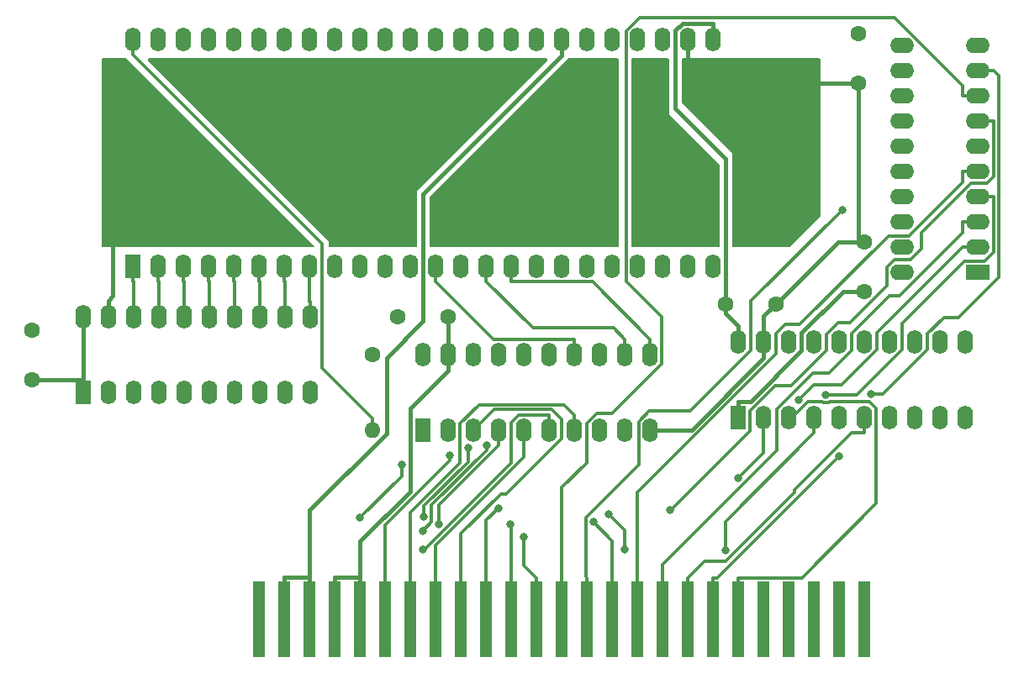
<source format=gbl>
G04 #@! TF.GenerationSoftware,KiCad,Pcbnew,(6.0.9)*
G04 #@! TF.CreationDate,2023-05-01T17:42:55+02:00*
G04 #@! TF.ProjectId,05_Cartucho_MSX_Tang_Nano_9k_Mapper,30355f43-6172-4747-9563-686f5f4d5358,rev?*
G04 #@! TF.SameCoordinates,Original*
G04 #@! TF.FileFunction,Copper,L2,Bot*
G04 #@! TF.FilePolarity,Positive*
%FSLAX46Y46*%
G04 Gerber Fmt 4.6, Leading zero omitted, Abs format (unit mm)*
G04 Created by KiCad (PCBNEW (6.0.9)) date 2023-05-01 17:42:55*
%MOMM*%
%LPD*%
G01*
G04 APERTURE LIST*
G04 #@! TA.AperFunction,ComponentPad*
%ADD10C,1.600000*%
G04 #@! TD*
G04 #@! TA.AperFunction,ComponentPad*
%ADD11R,1.600000X2.400000*%
G04 #@! TD*
G04 #@! TA.AperFunction,ComponentPad*
%ADD12O,1.600000X2.400000*%
G04 #@! TD*
G04 #@! TA.AperFunction,SMDPad,CuDef*
%ADD13R,1.270000X7.620000*%
G04 #@! TD*
G04 #@! TA.AperFunction,ComponentPad*
%ADD14O,1.600000X1.600000*%
G04 #@! TD*
G04 #@! TA.AperFunction,ComponentPad*
%ADD15R,2.400000X1.600000*%
G04 #@! TD*
G04 #@! TA.AperFunction,ComponentPad*
%ADD16O,2.400000X1.600000*%
G04 #@! TD*
G04 #@! TA.AperFunction,ViaPad*
%ADD17C,0.800000*%
G04 #@! TD*
G04 #@! TA.AperFunction,Conductor*
%ADD18C,0.450000*%
G04 #@! TD*
G04 #@! TA.AperFunction,Conductor*
%ADD19C,0.300000*%
G04 #@! TD*
G04 APERTURE END LIST*
D10*
X141605000Y-80685000D03*
X141605000Y-85685000D03*
X95250000Y-109220000D03*
X100250000Y-109220000D03*
X58420000Y-115570000D03*
X58420000Y-110570000D03*
D11*
X63505000Y-116840000D03*
D12*
X66045000Y-116840000D03*
X68585000Y-116840000D03*
X71125000Y-116840000D03*
X73665000Y-116840000D03*
X76205000Y-116840000D03*
X78745000Y-116840000D03*
X81285000Y-116840000D03*
X83825000Y-116840000D03*
X86365000Y-116840000D03*
X86365000Y-109220000D03*
X83825000Y-109220000D03*
X81285000Y-109220000D03*
X78745000Y-109220000D03*
X76205000Y-109220000D03*
X73665000Y-109220000D03*
X71125000Y-109220000D03*
X68585000Y-109220000D03*
X66045000Y-109220000D03*
X63505000Y-109220000D03*
D13*
X142240000Y-139700000D03*
X139700000Y-139700000D03*
X137160000Y-139700000D03*
X134620000Y-139700000D03*
X132080000Y-139700000D03*
X129540000Y-139700000D03*
X127000000Y-139700000D03*
X124460000Y-139700000D03*
X121920000Y-139700000D03*
X119380000Y-139700000D03*
X116840000Y-139700000D03*
X114300000Y-139700000D03*
X111760000Y-139700000D03*
X109220000Y-139700000D03*
X106680000Y-139700000D03*
X104140000Y-139700000D03*
X101600000Y-139700000D03*
X99060000Y-139700000D03*
X96520000Y-139700000D03*
X93980000Y-139700000D03*
X91440000Y-139700000D03*
X88900000Y-139700000D03*
X86360000Y-139700000D03*
X83820000Y-139700000D03*
X81280000Y-139700000D03*
D11*
X68580000Y-104140000D03*
D12*
X71120000Y-104140000D03*
X73660000Y-104140000D03*
X76200000Y-104140000D03*
X78740000Y-104140000D03*
X81280000Y-104140000D03*
X83820000Y-104140000D03*
X86360000Y-104140000D03*
X88900000Y-104140000D03*
X91440000Y-104140000D03*
X93980000Y-104140000D03*
X96520000Y-104140000D03*
X99060000Y-104140000D03*
X101600000Y-104140000D03*
X104140000Y-104140000D03*
X106680000Y-104140000D03*
X109220000Y-104140000D03*
X111760000Y-104140000D03*
X114300000Y-104140000D03*
X116840000Y-104140000D03*
X119380000Y-104140000D03*
X121920000Y-104140000D03*
X124460000Y-104140000D03*
X127000000Y-104140000D03*
X127000000Y-81280000D03*
X124460000Y-81280000D03*
X121920000Y-81280000D03*
X119380000Y-81280000D03*
X116840000Y-81280000D03*
X114300000Y-81280000D03*
X111760000Y-81280000D03*
X109220000Y-81280000D03*
X106680000Y-81280000D03*
X104140000Y-81280000D03*
X101600000Y-81280000D03*
X99060000Y-81280000D03*
X96520000Y-81280000D03*
X93980000Y-81280000D03*
X91440000Y-81280000D03*
X88900000Y-81280000D03*
X86360000Y-81280000D03*
X83820000Y-81280000D03*
X81280000Y-81280000D03*
X78740000Y-81280000D03*
X76200000Y-81280000D03*
X73660000Y-81280000D03*
X71120000Y-81280000D03*
X68580000Y-81280000D03*
D11*
X129540000Y-119380000D03*
D12*
X132080000Y-119380000D03*
X134620000Y-119380000D03*
X137160000Y-119380000D03*
X139700000Y-119380000D03*
X142240000Y-119380000D03*
X144780000Y-119380000D03*
X147320000Y-119380000D03*
X149860000Y-119380000D03*
X152400000Y-119380000D03*
X152400000Y-111760000D03*
X149860000Y-111760000D03*
X147320000Y-111760000D03*
X144780000Y-111760000D03*
X142240000Y-111760000D03*
X139700000Y-111760000D03*
X137160000Y-111760000D03*
X134620000Y-111760000D03*
X132080000Y-111760000D03*
X129540000Y-111760000D03*
D10*
X142240000Y-106680000D03*
X142240000Y-101680000D03*
X92710000Y-113030000D03*
D14*
X92710000Y-120650000D03*
D10*
X128270000Y-107950000D03*
X133270000Y-107950000D03*
D11*
X97790000Y-120650000D03*
D12*
X100330000Y-120650000D03*
X102870000Y-120650000D03*
X105410000Y-120650000D03*
X107950000Y-120650000D03*
X110490000Y-120650000D03*
X113030000Y-120650000D03*
X115570000Y-120650000D03*
X118110000Y-120650000D03*
X120650000Y-120650000D03*
X120650000Y-113030000D03*
X118110000Y-113030000D03*
X115570000Y-113030000D03*
X113030000Y-113030000D03*
X110490000Y-113030000D03*
X107950000Y-113030000D03*
X105410000Y-113030000D03*
X102870000Y-113030000D03*
X100330000Y-113030000D03*
X97790000Y-113030000D03*
D15*
X153660000Y-104770000D03*
D16*
X153660000Y-102230000D03*
X153660000Y-99690000D03*
X153660000Y-97150000D03*
X153660000Y-94610000D03*
X153660000Y-92070000D03*
X153660000Y-89530000D03*
X153660000Y-86990000D03*
X153660000Y-84450000D03*
X153660000Y-81910000D03*
X146040000Y-81910000D03*
X146040000Y-84450000D03*
X146040000Y-86990000D03*
X146040000Y-89530000D03*
X146040000Y-92070000D03*
X146040000Y-94610000D03*
X146040000Y-97150000D03*
X146040000Y-99690000D03*
X146040000Y-102230000D03*
X146040000Y-104770000D03*
D17*
X99060000Y-100965000D03*
X119380000Y-100965000D03*
X85725000Y-98425000D03*
X116840000Y-85725000D03*
X99695000Y-93345000D03*
X70485000Y-86995000D03*
X96520000Y-100965000D03*
X127000000Y-100965000D03*
X119380000Y-85725000D03*
X101600000Y-95250000D03*
X121920000Y-85725000D03*
X124460000Y-85725000D03*
X83820000Y-100330000D03*
X72390000Y-85090000D03*
X129540000Y-100965000D03*
X116840000Y-100965000D03*
X129540000Y-125480000D03*
X128237000Y-132729000D03*
X139700000Y-123252000D03*
X95656100Y-124135000D03*
X91440000Y-129491000D03*
X102295000Y-122458000D03*
X97868000Y-129396000D03*
X99388300Y-130154000D03*
X97790000Y-132697000D03*
X104148000Y-122200000D03*
X97757900Y-130807000D03*
X100497000Y-123235000D03*
X107950000Y-131427000D03*
X106532000Y-130145000D03*
X105329000Y-128505000D03*
X118110000Y-132697000D03*
X116464000Y-129105000D03*
X114932000Y-129900000D03*
X142913000Y-117051000D03*
X138324000Y-117143000D03*
X140009000Y-98441400D03*
X135606000Y-117593000D03*
X122675000Y-128659000D03*
D18*
X129540000Y-111760000D02*
X129540000Y-110135000D01*
X130765000Y-117755000D02*
X129540000Y-117755000D01*
X142240000Y-106680000D02*
X140083000Y-106680000D01*
X63505000Y-109220000D02*
X63505000Y-115570000D01*
X123918000Y-79654900D02*
X127000000Y-79654900D01*
X128270000Y-108865000D02*
X128270000Y-107950000D01*
X129540000Y-117755000D02*
X129540000Y-119380000D01*
X129540000Y-110135000D02*
X128270000Y-108865000D01*
X128270000Y-93296500D02*
X123190000Y-88216500D01*
X63505000Y-115570000D02*
X58420000Y-115570000D01*
X135890000Y-110873000D02*
X135890000Y-112630000D01*
X127000000Y-79654900D02*
X127000000Y-81280000D01*
X128270000Y-107950000D02*
X128270000Y-93296500D01*
X123190000Y-88216500D02*
X123190000Y-80383300D01*
X63505000Y-115570000D02*
X63505000Y-116840000D01*
X123190000Y-80383300D02*
X123918000Y-79654900D01*
X140083000Y-106680000D02*
X135890000Y-110873000D01*
X135890000Y-112630000D02*
X130765000Y-117755000D01*
X88900000Y-135465000D02*
X91440000Y-135465000D01*
X96493900Y-126807000D02*
X91440000Y-131861000D01*
X100250000Y-109220000D02*
X100330000Y-109300000D01*
X66045000Y-109220000D02*
X66045000Y-107595000D01*
X96493900Y-118491000D02*
X96493900Y-126807000D01*
X132080000Y-113385000D02*
X124815000Y-120650000D01*
X139540000Y-101680000D02*
X133270000Y-107950000D01*
X133270000Y-107950000D02*
X132080000Y-109140000D01*
X66499800Y-107140000D02*
X66499800Y-99921400D01*
X91440000Y-131861000D02*
X91440000Y-135465000D01*
X124460000Y-84994800D02*
X124460000Y-81280000D01*
X141605000Y-101680000D02*
X141605000Y-85685000D01*
X136565000Y-85685000D02*
X136525000Y-85725000D01*
X66045000Y-107595000D02*
X66499800Y-107140000D01*
X100330000Y-113030000D02*
X100330000Y-114655000D01*
X124815000Y-120650000D02*
X120650000Y-120650000D01*
X91440000Y-139700000D02*
X91440000Y-135465000D01*
X132080000Y-109140000D02*
X132080000Y-111760000D01*
X132080000Y-111760000D02*
X132080000Y-113385000D01*
X141605000Y-85685000D02*
X136565000Y-85685000D01*
X100330000Y-109300000D02*
X100330000Y-113030000D01*
X142240000Y-101680000D02*
X141605000Y-101680000D01*
X141605000Y-101680000D02*
X139540000Y-101680000D01*
X88900000Y-139700000D02*
X88900000Y-135465000D01*
X100330000Y-114655000D02*
X96493900Y-118491000D01*
X86360000Y-139700000D02*
X86360000Y-135465000D01*
X83820000Y-135465000D02*
X86360000Y-135465000D01*
X97790100Y-109683000D02*
X94121100Y-113352000D01*
X111760000Y-82905100D02*
X97790100Y-96875000D01*
X97790100Y-96875000D02*
X97790100Y-109683000D01*
X94121100Y-120981000D02*
X86360000Y-128742000D01*
X83820000Y-139700000D02*
X83820000Y-135465000D01*
X86360000Y-128742000D02*
X86360000Y-135465000D01*
X111760000Y-81280000D02*
X111760000Y-82905100D01*
X94121100Y-113352000D02*
X94121100Y-120981000D01*
D19*
X132080000Y-122940000D02*
X129540000Y-125480000D01*
X132080000Y-119380000D02*
X132080000Y-122940000D01*
X135912000Y-135540000D02*
X143409000Y-128043000D01*
X138013000Y-117893000D02*
X137936000Y-117816000D01*
X137936000Y-117816000D02*
X136498000Y-117816000D01*
X138712000Y-117816000D02*
X138635000Y-117893000D01*
X129540000Y-139700000D02*
X129540000Y-135540000D01*
X143409000Y-128043000D02*
X143409000Y-118491000D01*
X138635000Y-117893000D02*
X138013000Y-117893000D01*
X129540000Y-135540000D02*
X135912000Y-135540000D01*
X136498000Y-117816000D02*
X134934000Y-119380000D01*
X134934000Y-119380000D02*
X134620000Y-119380000D01*
X142734000Y-117816000D02*
X138712000Y-117816000D01*
X143409000Y-118491000D02*
X142734000Y-117816000D01*
X137160000Y-120930000D02*
X128237000Y-129853000D01*
X137160000Y-119380000D02*
X137160000Y-120930000D01*
X128237000Y-129853000D02*
X128237000Y-132729000D01*
X127000000Y-135540000D02*
X127412000Y-135540000D01*
X127000000Y-139700000D02*
X127000000Y-135540000D01*
X127412000Y-135540000D02*
X139700000Y-123252000D01*
X135204000Y-126885000D02*
X128222000Y-133866000D01*
X142240000Y-120930000D02*
X140924000Y-120930000D01*
X126134000Y-133866000D02*
X124460000Y-135540000D01*
X140924000Y-120930000D02*
X135204000Y-126650000D01*
X135204000Y-126650000D02*
X135204000Y-126885000D01*
X128222000Y-133866000D02*
X126134000Y-133866000D01*
X124460000Y-135540000D02*
X124460000Y-139700000D01*
X142240000Y-119380000D02*
X142240000Y-120930000D01*
X95656100Y-125275000D02*
X95656100Y-124135000D01*
X91440000Y-129491000D02*
X95656100Y-125275000D01*
X102295000Y-122458000D02*
X102295000Y-123852000D01*
X102295000Y-123852000D02*
X97868000Y-128279000D01*
X97868000Y-128279000D02*
X97868000Y-129396000D01*
X106153000Y-127088000D02*
X111696000Y-121544000D01*
X101600000Y-131112000D02*
X105624000Y-127088000D01*
X111696000Y-119534000D02*
X110740000Y-118578000D01*
X104942000Y-118578000D02*
X102870000Y-120650000D01*
X110740000Y-118578000D02*
X104942000Y-118578000D01*
X111696000Y-121544000D02*
X111696000Y-119534000D01*
X101600000Y-139700000D02*
X101600000Y-131112000D01*
X105624000Y-127088000D02*
X106153000Y-127088000D01*
X99388300Y-128222000D02*
X105410000Y-122200000D01*
X99388300Y-130154000D02*
X99388300Y-128222000D01*
X105410000Y-122200000D02*
X105410000Y-120650000D01*
X99060000Y-139700000D02*
X99060000Y-132263000D01*
X107950000Y-123373000D02*
X107950000Y-120650000D01*
X99060000Y-132263000D02*
X107950000Y-123373000D01*
X106619000Y-123991000D02*
X97912900Y-132697000D01*
X97912900Y-132697000D02*
X97790000Y-132697000D01*
X107440000Y-119100000D02*
X106619000Y-119922000D01*
X106619000Y-119922000D02*
X106619000Y-123991000D01*
X110490000Y-119100000D02*
X107440000Y-119100000D01*
X110490000Y-120650000D02*
X110490000Y-119100000D01*
X96520000Y-128920000D02*
X96520000Y-139700000D01*
X101513000Y-119968000D02*
X101513000Y-123927000D01*
X112008000Y-118078000D02*
X103403000Y-118078000D01*
X101513000Y-123927000D02*
X96520000Y-128920000D01*
X113030000Y-119100000D02*
X112008000Y-118078000D01*
X103403000Y-118078000D02*
X101513000Y-119968000D01*
X113030000Y-120650000D02*
X113030000Y-119100000D01*
X98638100Y-128216000D02*
X104148000Y-122706000D01*
X97757900Y-130807000D02*
X98638100Y-129927000D01*
X104148000Y-122706000D02*
X104148000Y-122200000D01*
X98638100Y-129927000D02*
X98638100Y-128216000D01*
X93980000Y-139700000D02*
X93980000Y-130243000D01*
X100497000Y-123726000D02*
X100497000Y-123235000D01*
X93980000Y-130243000D02*
X100497000Y-123726000D01*
X109220000Y-139700000D02*
X109220000Y-135540000D01*
X107950000Y-134270000D02*
X107950000Y-131427000D01*
X109220000Y-135540000D02*
X107950000Y-134270000D01*
X106680000Y-139700000D02*
X106680000Y-130292000D01*
X106680000Y-130292000D02*
X106532000Y-130145000D01*
X104140000Y-139700000D02*
X104140000Y-129694000D01*
X104140000Y-129694000D02*
X105329000Y-128505000D01*
X118110000Y-130751000D02*
X116464000Y-129105000D01*
X118110000Y-132697000D02*
X118110000Y-130751000D01*
X114932000Y-129900000D02*
X116840000Y-131808000D01*
X116840000Y-131808000D02*
X116840000Y-139700000D01*
X137054000Y-114919000D02*
X133431000Y-118542000D01*
X138643000Y-114919000D02*
X137054000Y-114919000D01*
X152110000Y-99690000D02*
X152110000Y-100786000D01*
X152110000Y-100786000D02*
X145748000Y-107149000D01*
X133431000Y-118542000D02*
X133431000Y-122690000D01*
X133431000Y-122690000D02*
X121920000Y-134201000D01*
X153660000Y-99690000D02*
X152110000Y-99690000D01*
X121920000Y-134201000D02*
X121920000Y-139700000D01*
X140970000Y-112593000D02*
X138643000Y-114919000D01*
X145748000Y-107149000D02*
X144750000Y-107149000D01*
X144750000Y-107149000D02*
X140970000Y-110928000D01*
X140970000Y-110928000D02*
X140970000Y-112593000D01*
X151717000Y-109277000D02*
X150251000Y-109277000D01*
X155210000Y-84450000D02*
X155721000Y-84961200D01*
X148590000Y-112517000D02*
X144056000Y-117051000D01*
X148590000Y-110938000D02*
X148590000Y-112517000D01*
X150251000Y-109277000D02*
X148590000Y-110938000D01*
X153660000Y-84450000D02*
X155210000Y-84450000D01*
X144056000Y-117051000D02*
X142913000Y-117051000D01*
X155721000Y-84961200D02*
X155721000Y-105273000D01*
X155721000Y-105273000D02*
X151717000Y-109277000D01*
X133350000Y-112928000D02*
X119380000Y-126898000D01*
X119380000Y-126898000D02*
X119380000Y-139700000D01*
X153660000Y-94610000D02*
X152110000Y-94610000D01*
X146729000Y-101057000D02*
X144669000Y-101057000D01*
X133350000Y-110962000D02*
X133350000Y-112928000D01*
X134284000Y-110029000D02*
X133350000Y-110962000D01*
X152110000Y-94610000D02*
X152110000Y-95675700D01*
X144669000Y-101057000D02*
X135697000Y-110029000D01*
X135697000Y-110029000D02*
X134284000Y-110029000D01*
X152110000Y-95675700D02*
X146729000Y-101057000D01*
X154326000Y-103620000D02*
X152314000Y-103620000D01*
X146050000Y-112529000D02*
X141436000Y-117143000D01*
X152314000Y-103620000D02*
X146050000Y-109884000D01*
X155210000Y-102736000D02*
X154326000Y-103620000D01*
X146050000Y-109884000D02*
X146050000Y-112529000D01*
X155210000Y-97150000D02*
X155210000Y-102736000D01*
X153660000Y-97150000D02*
X155210000Y-97150000D01*
X141436000Y-117143000D02*
X138324000Y-117143000D01*
X140009000Y-98441400D02*
X130810000Y-107641000D01*
X114174000Y-135414000D02*
X114300000Y-135540000D01*
X130810000Y-107641000D02*
X130810000Y-112587000D01*
X130810000Y-112587000D02*
X124670000Y-118727000D01*
X119500000Y-124125000D02*
X114174000Y-129450000D01*
X119500000Y-119770000D02*
X119500000Y-124125000D01*
X124670000Y-118727000D02*
X120543000Y-118727000D01*
X114174000Y-129450000D02*
X114174000Y-135414000D01*
X120543000Y-118727000D02*
X119500000Y-119770000D01*
X114300000Y-135540000D02*
X114300000Y-139700000D01*
X137103000Y-116096000D02*
X135606000Y-117593000D01*
X153660000Y-102230000D02*
X152110000Y-102230000D01*
X143510000Y-110830000D02*
X143510000Y-112526000D01*
X143510000Y-112526000D02*
X139940000Y-116096000D01*
X152110000Y-102230000D02*
X143510000Y-110830000D01*
X139940000Y-116096000D02*
X137103000Y-116096000D01*
X152110000Y-86990000D02*
X152110000Y-85914200D01*
X119574000Y-79057200D02*
X118208000Y-80423200D01*
X145253000Y-79057200D02*
X119574000Y-79057200D01*
X114239000Y-119954000D02*
X114239000Y-123941000D01*
X111760000Y-126420000D02*
X111760000Y-139700000D01*
X153660000Y-86990000D02*
X152110000Y-86990000D01*
X152110000Y-85914200D02*
X145253000Y-79057200D01*
X116840000Y-118949000D02*
X115244000Y-118949000D01*
X118208000Y-80423200D02*
X118208000Y-105643000D01*
X115244000Y-118949000D02*
X114239000Y-119954000D01*
X121800000Y-109235000D02*
X121800000Y-113989000D01*
X121800000Y-113989000D02*
X116840000Y-118949000D01*
X118208000Y-105643000D02*
X121800000Y-109235000D01*
X114239000Y-123941000D02*
X111760000Y-126420000D01*
X130690000Y-118693000D02*
X130690000Y-120730000D01*
X138430000Y-112575000D02*
X134845000Y-116161000D01*
X147991000Y-100774000D02*
X147991000Y-102349000D01*
X139576000Y-109824000D02*
X138430000Y-110970000D01*
X155210000Y-89530000D02*
X155210000Y-95108200D01*
X147991000Y-102349000D02*
X146829000Y-103511000D01*
X155210000Y-95108200D02*
X154541000Y-95777700D01*
X134845000Y-116161000D02*
X133223000Y-116161000D01*
X154541000Y-95777700D02*
X152987000Y-95777700D01*
X144490000Y-104270000D02*
X144490000Y-106057000D01*
X145249000Y-103511000D02*
X144490000Y-104270000D01*
X122762000Y-128659000D02*
X122675000Y-128659000D01*
X133223000Y-116161000D02*
X130690000Y-118693000D01*
X144490000Y-106057000D02*
X140722000Y-109824000D01*
X130690000Y-120730000D02*
X122762000Y-128659000D01*
X138430000Y-110970000D02*
X138430000Y-112575000D01*
X153660000Y-89530000D02*
X155210000Y-89530000D01*
X146829000Y-103511000D02*
X145249000Y-103511000D01*
X140722000Y-109824000D02*
X139576000Y-109824000D01*
X152987000Y-95777700D02*
X147991000Y-100774000D01*
X92710000Y-120650000D02*
X92710000Y-119500000D01*
X87630000Y-114420000D02*
X87630000Y-101880000D01*
X87630000Y-101880000D02*
X68580000Y-82830100D01*
X92710000Y-119500000D02*
X87630000Y-114420000D01*
X68580000Y-82830100D02*
X68580000Y-81280000D01*
X86365000Y-107670000D02*
X86365000Y-109220000D01*
X86360000Y-104140000D02*
X86360000Y-107665000D01*
X86360000Y-107665000D02*
X86365000Y-107670000D01*
X83820000Y-105690000D02*
X83825000Y-105695000D01*
X83820000Y-104140000D02*
X83820000Y-105690000D01*
X83825000Y-105695000D02*
X83825000Y-109220000D01*
X81280000Y-104140000D02*
X81280000Y-105690000D01*
X81280000Y-105690000D02*
X81285000Y-105695000D01*
X81285000Y-105695000D02*
X81285000Y-109220000D01*
X78740000Y-105690000D02*
X78745000Y-105695000D01*
X78740000Y-104140000D02*
X78740000Y-105690000D01*
X78745000Y-105695000D02*
X78745000Y-109220000D01*
X76205000Y-105695000D02*
X76205000Y-109220000D01*
X76200000Y-105690000D02*
X76205000Y-105695000D01*
X76200000Y-104140000D02*
X76200000Y-105690000D01*
X73665000Y-105695000D02*
X73665000Y-109220000D01*
X73660000Y-105690000D02*
X73665000Y-105695000D01*
X73660000Y-104140000D02*
X73660000Y-105690000D01*
X71125000Y-105695000D02*
X71125000Y-109220000D01*
X71120000Y-104140000D02*
X71120000Y-105690000D01*
X71120000Y-105690000D02*
X71125000Y-105695000D01*
X68585000Y-105695000D02*
X68585000Y-109220000D01*
X68580000Y-104140000D02*
X68580000Y-105690000D01*
X68580000Y-105690000D02*
X68585000Y-105695000D01*
X106680000Y-105690000D02*
X114860000Y-105690000D01*
X114860000Y-105690000D02*
X120650000Y-111480000D01*
X106680000Y-104140000D02*
X106680000Y-105690000D01*
X120650000Y-111480000D02*
X120650000Y-113030000D01*
X108805000Y-110355000D02*
X116985000Y-110355000D01*
X116985000Y-110355000D02*
X118110000Y-111480000D01*
X104140000Y-105690000D02*
X108805000Y-110355000D01*
X104140000Y-104140000D02*
X104140000Y-105690000D01*
X118110000Y-111480000D02*
X118110000Y-113030000D01*
X99060000Y-105690000D02*
X99060000Y-104140000D01*
X104850000Y-111480000D02*
X99060000Y-105690000D01*
X113030000Y-111480000D02*
X104850000Y-111480000D01*
X113030000Y-113030000D02*
X113030000Y-111480000D01*
G04 #@! TA.AperFunction,Conductor*
G36*
X122497121Y-83205002D02*
G01*
X122543614Y-83258658D01*
X122555000Y-83311000D01*
X122555000Y-88900000D01*
X127598095Y-93943095D01*
X127632121Y-94005407D01*
X127635000Y-94032190D01*
X127635000Y-102109000D01*
X127614998Y-102177121D01*
X127561342Y-102223614D01*
X127509000Y-102235000D01*
X118871000Y-102235000D01*
X118802879Y-102214998D01*
X118756386Y-102161342D01*
X118745000Y-102109000D01*
X118745000Y-83311000D01*
X118765002Y-83242879D01*
X118818658Y-83196386D01*
X118871000Y-83185000D01*
X122429000Y-83185000D01*
X122497121Y-83205002D01*
G37*
G04 #@! TD.AperFunction*
G04 #@! TA.AperFunction,Conductor*
G36*
X117417121Y-83205002D02*
G01*
X117463614Y-83258658D01*
X117475000Y-83311000D01*
X117475000Y-102109000D01*
X117454998Y-102177121D01*
X117401342Y-102223614D01*
X117349000Y-102235000D01*
X98551000Y-102235000D01*
X98482879Y-102214998D01*
X98436386Y-102161342D01*
X98425000Y-102109000D01*
X98425000Y-97207190D01*
X98445002Y-97139069D01*
X98461905Y-97118095D01*
X112358095Y-83221905D01*
X112420407Y-83187879D01*
X112447190Y-83185000D01*
X117349000Y-83185000D01*
X117417121Y-83205002D01*
G37*
G04 #@! TD.AperFunction*
G04 #@! TA.AperFunction,Conductor*
G36*
X137737121Y-83205002D02*
G01*
X137783614Y-83258658D01*
X137795000Y-83311000D01*
X137795000Y-99007810D01*
X137774998Y-99075931D01*
X137758095Y-99096905D01*
X134656905Y-102198095D01*
X134594593Y-102232121D01*
X134567810Y-102235000D01*
X129031000Y-102235000D01*
X128962879Y-102214998D01*
X128916386Y-102161342D01*
X128905000Y-102109000D01*
X128905000Y-92710000D01*
X123861905Y-87666905D01*
X123827879Y-87604593D01*
X123825000Y-87577810D01*
X123825000Y-83311000D01*
X123845002Y-83242879D01*
X123898658Y-83196386D01*
X123951000Y-83185000D01*
X137669000Y-83185000D01*
X137737121Y-83205002D01*
G37*
G04 #@! TD.AperFunction*
G04 #@! TA.AperFunction,Conductor*
G36*
X110253931Y-83205002D02*
G01*
X110300424Y-83258658D01*
X110310528Y-83328932D01*
X110281034Y-83393512D01*
X110274905Y-83400095D01*
X97155000Y-96520000D01*
X97155000Y-102109000D01*
X97134998Y-102177121D01*
X97081342Y-102223614D01*
X97029000Y-102235000D01*
X88391000Y-102235000D01*
X88322879Y-102214998D01*
X88276386Y-102161342D01*
X88265000Y-102109000D01*
X88265000Y-101600000D01*
X70065095Y-83400095D01*
X70031069Y-83337783D01*
X70036134Y-83266968D01*
X70078681Y-83210132D01*
X70145201Y-83185321D01*
X70154190Y-83185000D01*
X110185810Y-83185000D01*
X110253931Y-83205002D01*
G37*
G04 #@! TD.AperFunction*
G04 #@! TA.AperFunction,Conductor*
G36*
X67960931Y-83205002D02*
G01*
X67981905Y-83221905D01*
X86779905Y-102019905D01*
X86813931Y-102082217D01*
X86808866Y-102153032D01*
X86766319Y-102209868D01*
X86699799Y-102234679D01*
X86690810Y-102235000D01*
X65531000Y-102235000D01*
X65462879Y-102214998D01*
X65416386Y-102161342D01*
X65405000Y-102109000D01*
X65405000Y-83311000D01*
X65425002Y-83242879D01*
X65478658Y-83196386D01*
X65531000Y-83185000D01*
X67892810Y-83185000D01*
X67960931Y-83205002D01*
G37*
G04 #@! TD.AperFunction*
M02*

</source>
